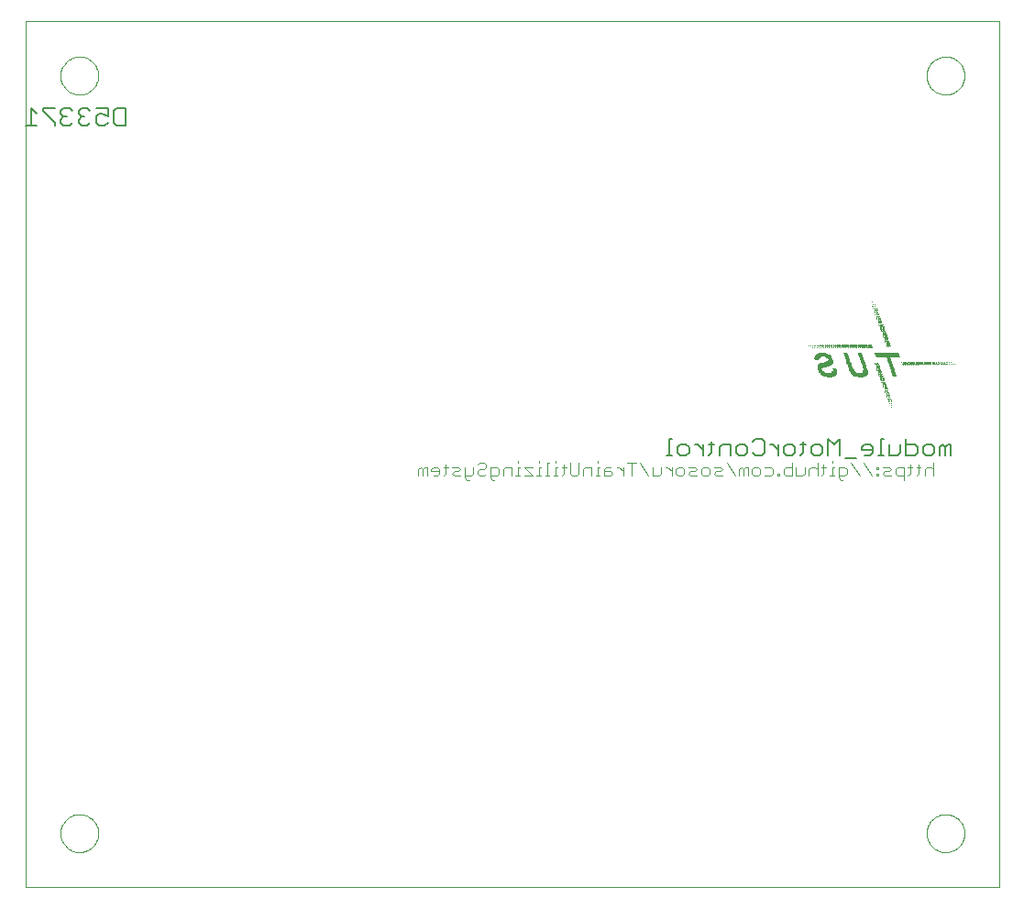
<source format=gbo>
G75*
G70*
%OFA0B0*%
%FSLAX24Y24*%
%IPPOS*%
%LPD*%
%AMOC8*
5,1,8,0,0,1.08239X$1,22.5*
%
%ADD10C,0.0000*%
%ADD11C,0.0040*%
%ADD12C,0.0050*%
%ADD13R,0.0015X0.0015*%
%ADD14R,0.0030X0.0015*%
%ADD15R,0.0045X0.0015*%
%ADD16R,0.0060X0.0015*%
%ADD17R,0.0195X0.0015*%
%ADD18R,0.0165X0.0015*%
%ADD19R,0.0090X0.0015*%
%ADD20R,0.0315X0.0015*%
%ADD21R,0.0300X0.0015*%
%ADD22R,0.0390X0.0015*%
%ADD23R,0.0375X0.0015*%
%ADD24R,0.0435X0.0015*%
%ADD25R,0.0420X0.0015*%
%ADD26R,0.0480X0.0015*%
%ADD27R,0.0465X0.0015*%
%ADD28R,0.0510X0.0015*%
%ADD29R,0.0555X0.0015*%
%ADD30R,0.0540X0.0015*%
%ADD31R,0.0570X0.0015*%
%ADD32R,0.0600X0.0015*%
%ADD33R,0.0240X0.0015*%
%ADD34R,0.0225X0.0015*%
%ADD35R,0.0210X0.0015*%
%ADD36R,0.0135X0.0015*%
%ADD37R,0.0180X0.0015*%
%ADD38R,0.0150X0.0015*%
%ADD39R,0.0270X0.0015*%
%ADD40R,0.0450X0.0015*%
%ADD41R,0.0525X0.0015*%
%ADD42R,0.0330X0.0015*%
%ADD43R,0.0855X0.0015*%
%ADD44R,0.0870X0.0015*%
%ADD45R,0.0405X0.0015*%
%ADD46R,0.0360X0.0015*%
%ADD47R,0.0285X0.0015*%
%ADD48R,0.0675X0.0015*%
%ADD49C,0.0060*%
D10*
X001500Y002461D02*
X001500Y033957D01*
X036933Y033957D01*
X036933Y002461D01*
X001500Y002461D01*
X002780Y004430D02*
X002782Y004482D01*
X002788Y004534D01*
X002798Y004585D01*
X002811Y004635D01*
X002829Y004685D01*
X002850Y004732D01*
X002874Y004778D01*
X002903Y004822D01*
X002934Y004864D01*
X002968Y004903D01*
X003005Y004940D01*
X003045Y004973D01*
X003088Y005004D01*
X003132Y005031D01*
X003178Y005055D01*
X003227Y005075D01*
X003276Y005091D01*
X003327Y005104D01*
X003378Y005113D01*
X003430Y005118D01*
X003482Y005119D01*
X003534Y005116D01*
X003586Y005109D01*
X003637Y005098D01*
X003687Y005084D01*
X003736Y005065D01*
X003783Y005043D01*
X003828Y005018D01*
X003872Y004989D01*
X003913Y004957D01*
X003952Y004922D01*
X003987Y004884D01*
X004020Y004843D01*
X004050Y004801D01*
X004076Y004756D01*
X004099Y004709D01*
X004118Y004660D01*
X004134Y004610D01*
X004146Y004560D01*
X004154Y004508D01*
X004158Y004456D01*
X004158Y004404D01*
X004154Y004352D01*
X004146Y004300D01*
X004134Y004250D01*
X004118Y004200D01*
X004099Y004151D01*
X004076Y004104D01*
X004050Y004059D01*
X004020Y004017D01*
X003987Y003976D01*
X003952Y003938D01*
X003913Y003903D01*
X003872Y003871D01*
X003828Y003842D01*
X003783Y003817D01*
X003736Y003795D01*
X003687Y003776D01*
X003637Y003762D01*
X003586Y003751D01*
X003534Y003744D01*
X003482Y003741D01*
X003430Y003742D01*
X003378Y003747D01*
X003327Y003756D01*
X003276Y003769D01*
X003227Y003785D01*
X003178Y003805D01*
X003132Y003829D01*
X003088Y003856D01*
X003045Y003887D01*
X003005Y003920D01*
X002968Y003957D01*
X002934Y003996D01*
X002903Y004038D01*
X002874Y004082D01*
X002850Y004128D01*
X002829Y004175D01*
X002811Y004225D01*
X002798Y004275D01*
X002788Y004326D01*
X002782Y004378D01*
X002780Y004430D01*
X002780Y031989D02*
X002782Y032041D01*
X002788Y032093D01*
X002798Y032144D01*
X002811Y032194D01*
X002829Y032244D01*
X002850Y032291D01*
X002874Y032337D01*
X002903Y032381D01*
X002934Y032423D01*
X002968Y032462D01*
X003005Y032499D01*
X003045Y032532D01*
X003088Y032563D01*
X003132Y032590D01*
X003178Y032614D01*
X003227Y032634D01*
X003276Y032650D01*
X003327Y032663D01*
X003378Y032672D01*
X003430Y032677D01*
X003482Y032678D01*
X003534Y032675D01*
X003586Y032668D01*
X003637Y032657D01*
X003687Y032643D01*
X003736Y032624D01*
X003783Y032602D01*
X003828Y032577D01*
X003872Y032548D01*
X003913Y032516D01*
X003952Y032481D01*
X003987Y032443D01*
X004020Y032402D01*
X004050Y032360D01*
X004076Y032315D01*
X004099Y032268D01*
X004118Y032219D01*
X004134Y032169D01*
X004146Y032119D01*
X004154Y032067D01*
X004158Y032015D01*
X004158Y031963D01*
X004154Y031911D01*
X004146Y031859D01*
X004134Y031809D01*
X004118Y031759D01*
X004099Y031710D01*
X004076Y031663D01*
X004050Y031618D01*
X004020Y031576D01*
X003987Y031535D01*
X003952Y031497D01*
X003913Y031462D01*
X003872Y031430D01*
X003828Y031401D01*
X003783Y031376D01*
X003736Y031354D01*
X003687Y031335D01*
X003637Y031321D01*
X003586Y031310D01*
X003534Y031303D01*
X003482Y031300D01*
X003430Y031301D01*
X003378Y031306D01*
X003327Y031315D01*
X003276Y031328D01*
X003227Y031344D01*
X003178Y031364D01*
X003132Y031388D01*
X003088Y031415D01*
X003045Y031446D01*
X003005Y031479D01*
X002968Y031516D01*
X002934Y031555D01*
X002903Y031597D01*
X002874Y031641D01*
X002850Y031687D01*
X002829Y031734D01*
X002811Y031784D01*
X002798Y031834D01*
X002788Y031885D01*
X002782Y031937D01*
X002780Y031989D01*
X034276Y031989D02*
X034278Y032041D01*
X034284Y032093D01*
X034294Y032144D01*
X034307Y032194D01*
X034325Y032244D01*
X034346Y032291D01*
X034370Y032337D01*
X034399Y032381D01*
X034430Y032423D01*
X034464Y032462D01*
X034501Y032499D01*
X034541Y032532D01*
X034584Y032563D01*
X034628Y032590D01*
X034674Y032614D01*
X034723Y032634D01*
X034772Y032650D01*
X034823Y032663D01*
X034874Y032672D01*
X034926Y032677D01*
X034978Y032678D01*
X035030Y032675D01*
X035082Y032668D01*
X035133Y032657D01*
X035183Y032643D01*
X035232Y032624D01*
X035279Y032602D01*
X035324Y032577D01*
X035368Y032548D01*
X035409Y032516D01*
X035448Y032481D01*
X035483Y032443D01*
X035516Y032402D01*
X035546Y032360D01*
X035572Y032315D01*
X035595Y032268D01*
X035614Y032219D01*
X035630Y032169D01*
X035642Y032119D01*
X035650Y032067D01*
X035654Y032015D01*
X035654Y031963D01*
X035650Y031911D01*
X035642Y031859D01*
X035630Y031809D01*
X035614Y031759D01*
X035595Y031710D01*
X035572Y031663D01*
X035546Y031618D01*
X035516Y031576D01*
X035483Y031535D01*
X035448Y031497D01*
X035409Y031462D01*
X035368Y031430D01*
X035324Y031401D01*
X035279Y031376D01*
X035232Y031354D01*
X035183Y031335D01*
X035133Y031321D01*
X035082Y031310D01*
X035030Y031303D01*
X034978Y031300D01*
X034926Y031301D01*
X034874Y031306D01*
X034823Y031315D01*
X034772Y031328D01*
X034723Y031344D01*
X034674Y031364D01*
X034628Y031388D01*
X034584Y031415D01*
X034541Y031446D01*
X034501Y031479D01*
X034464Y031516D01*
X034430Y031555D01*
X034399Y031597D01*
X034370Y031641D01*
X034346Y031687D01*
X034325Y031734D01*
X034307Y031784D01*
X034294Y031834D01*
X034284Y031885D01*
X034278Y031937D01*
X034276Y031989D01*
X034276Y004430D02*
X034278Y004482D01*
X034284Y004534D01*
X034294Y004585D01*
X034307Y004635D01*
X034325Y004685D01*
X034346Y004732D01*
X034370Y004778D01*
X034399Y004822D01*
X034430Y004864D01*
X034464Y004903D01*
X034501Y004940D01*
X034541Y004973D01*
X034584Y005004D01*
X034628Y005031D01*
X034674Y005055D01*
X034723Y005075D01*
X034772Y005091D01*
X034823Y005104D01*
X034874Y005113D01*
X034926Y005118D01*
X034978Y005119D01*
X035030Y005116D01*
X035082Y005109D01*
X035133Y005098D01*
X035183Y005084D01*
X035232Y005065D01*
X035279Y005043D01*
X035324Y005018D01*
X035368Y004989D01*
X035409Y004957D01*
X035448Y004922D01*
X035483Y004884D01*
X035516Y004843D01*
X035546Y004801D01*
X035572Y004756D01*
X035595Y004709D01*
X035614Y004660D01*
X035630Y004610D01*
X035642Y004560D01*
X035650Y004508D01*
X035654Y004456D01*
X035654Y004404D01*
X035650Y004352D01*
X035642Y004300D01*
X035630Y004250D01*
X035614Y004200D01*
X035595Y004151D01*
X035572Y004104D01*
X035546Y004059D01*
X035516Y004017D01*
X035483Y003976D01*
X035448Y003938D01*
X035409Y003903D01*
X035368Y003871D01*
X035324Y003842D01*
X035279Y003817D01*
X035232Y003795D01*
X035183Y003776D01*
X035133Y003762D01*
X035082Y003751D01*
X035030Y003744D01*
X034978Y003741D01*
X034926Y003742D01*
X034874Y003747D01*
X034823Y003756D01*
X034772Y003769D01*
X034723Y003785D01*
X034674Y003805D01*
X034628Y003829D01*
X034584Y003856D01*
X034541Y003887D01*
X034501Y003920D01*
X034464Y003957D01*
X034430Y003996D01*
X034399Y004038D01*
X034370Y004082D01*
X034346Y004128D01*
X034325Y004175D01*
X034307Y004225D01*
X034294Y004275D01*
X034284Y004326D01*
X034278Y004378D01*
X034276Y004430D01*
D11*
X033446Y017288D02*
X033446Y017748D01*
X033216Y017748D01*
X033139Y017672D01*
X033139Y017518D01*
X033216Y017441D01*
X033446Y017441D01*
X033599Y017441D02*
X033676Y017518D01*
X033676Y017825D01*
X033753Y017748D02*
X033599Y017748D01*
X033906Y017748D02*
X034060Y017748D01*
X033983Y017825D02*
X033983Y017518D01*
X033906Y017441D01*
X034213Y017441D02*
X034213Y017672D01*
X034290Y017748D01*
X034443Y017748D01*
X034520Y017672D01*
X034520Y017902D02*
X034520Y017441D01*
X032985Y017441D02*
X032755Y017441D01*
X032678Y017518D01*
X032755Y017595D01*
X032909Y017595D01*
X032985Y017672D01*
X032909Y017748D01*
X032678Y017748D01*
X032525Y017748D02*
X032525Y017672D01*
X032448Y017672D01*
X032448Y017748D01*
X032525Y017748D01*
X032525Y017518D02*
X032525Y017441D01*
X032448Y017441D01*
X032448Y017518D01*
X032525Y017518D01*
X032295Y017441D02*
X031988Y017902D01*
X031527Y017902D02*
X031834Y017441D01*
X031374Y017518D02*
X031297Y017441D01*
X031067Y017441D01*
X031067Y017365D02*
X031067Y017748D01*
X031297Y017748D01*
X031374Y017672D01*
X031374Y017518D01*
X031221Y017288D02*
X031144Y017288D01*
X031067Y017365D01*
X030914Y017441D02*
X030760Y017441D01*
X030837Y017441D02*
X030837Y017748D01*
X030914Y017748D01*
X030837Y017902D02*
X030837Y017979D01*
X030607Y017748D02*
X030453Y017748D01*
X030530Y017825D02*
X030530Y017518D01*
X030453Y017441D01*
X030300Y017441D02*
X030300Y017902D01*
X030223Y017748D02*
X030300Y017672D01*
X030223Y017748D02*
X030070Y017748D01*
X029993Y017672D01*
X029993Y017441D01*
X029839Y017518D02*
X029839Y017748D01*
X029839Y017518D02*
X029763Y017441D01*
X029532Y017441D01*
X029532Y017748D01*
X029379Y017748D02*
X029149Y017748D01*
X029072Y017672D01*
X029072Y017518D01*
X029149Y017441D01*
X029379Y017441D01*
X029379Y017902D01*
X028919Y017518D02*
X028842Y017518D01*
X028842Y017441D01*
X028919Y017441D01*
X028919Y017518D01*
X028688Y017518D02*
X028612Y017441D01*
X028381Y017441D01*
X028228Y017518D02*
X028151Y017441D01*
X027998Y017441D01*
X027921Y017518D01*
X027921Y017672D01*
X027998Y017748D01*
X028151Y017748D01*
X028228Y017672D01*
X028228Y017518D01*
X028381Y017748D02*
X028612Y017748D01*
X028688Y017672D01*
X028688Y017518D01*
X027768Y017441D02*
X027768Y017748D01*
X027691Y017748D01*
X027614Y017672D01*
X027537Y017748D01*
X027461Y017672D01*
X027461Y017441D01*
X027614Y017441D02*
X027614Y017672D01*
X027307Y017441D02*
X027000Y017902D01*
X026770Y017748D02*
X026540Y017748D01*
X026617Y017595D02*
X026770Y017595D01*
X026847Y017672D01*
X026770Y017748D01*
X026617Y017595D02*
X026540Y017518D01*
X026617Y017441D01*
X026847Y017441D01*
X026386Y017518D02*
X026310Y017441D01*
X026156Y017441D01*
X026079Y017518D01*
X026079Y017672D01*
X026156Y017748D01*
X026310Y017748D01*
X026386Y017672D01*
X026386Y017518D01*
X025926Y017441D02*
X025696Y017441D01*
X025619Y017518D01*
X025696Y017595D01*
X025849Y017595D01*
X025926Y017672D01*
X025849Y017748D01*
X025619Y017748D01*
X025466Y017672D02*
X025466Y017518D01*
X025389Y017441D01*
X025235Y017441D01*
X025159Y017518D01*
X025159Y017672D01*
X025235Y017748D01*
X025389Y017748D01*
X025466Y017672D01*
X025005Y017748D02*
X025005Y017441D01*
X025005Y017595D02*
X024852Y017748D01*
X024775Y017748D01*
X024622Y017748D02*
X024622Y017518D01*
X024545Y017441D01*
X024315Y017441D01*
X024315Y017748D01*
X024161Y017441D02*
X023854Y017902D01*
X023701Y017902D02*
X023394Y017902D01*
X023547Y017902D02*
X023547Y017441D01*
X023240Y017441D02*
X023240Y017748D01*
X023087Y017748D02*
X023010Y017748D01*
X023087Y017748D02*
X023240Y017595D01*
X022857Y017518D02*
X022780Y017595D01*
X022550Y017595D01*
X022550Y017672D02*
X022550Y017441D01*
X022780Y017441D01*
X022857Y017518D01*
X022780Y017748D02*
X022627Y017748D01*
X022550Y017672D01*
X022396Y017748D02*
X022320Y017748D01*
X022320Y017441D01*
X022396Y017441D02*
X022243Y017441D01*
X022089Y017441D02*
X022089Y017748D01*
X021859Y017748D01*
X021782Y017672D01*
X021782Y017441D01*
X021629Y017518D02*
X021629Y017902D01*
X021322Y017902D02*
X021322Y017518D01*
X021399Y017441D01*
X021552Y017441D01*
X021629Y017518D01*
X021169Y017748D02*
X021015Y017748D01*
X021092Y017825D02*
X021092Y017518D01*
X021015Y017441D01*
X020862Y017441D02*
X020708Y017441D01*
X020785Y017441D02*
X020785Y017748D01*
X020862Y017748D01*
X020785Y017902D02*
X020785Y017979D01*
X020555Y017902D02*
X020478Y017902D01*
X020478Y017441D01*
X020555Y017441D02*
X020401Y017441D01*
X020248Y017441D02*
X020094Y017441D01*
X020171Y017441D02*
X020171Y017748D01*
X020248Y017748D01*
X020171Y017902D02*
X020171Y017979D01*
X019941Y017748D02*
X019634Y017748D01*
X019941Y017441D01*
X019634Y017441D01*
X019481Y017441D02*
X019327Y017441D01*
X019404Y017441D02*
X019404Y017748D01*
X019481Y017748D01*
X019404Y017902D02*
X019404Y017979D01*
X019174Y017748D02*
X019174Y017441D01*
X019174Y017748D02*
X018943Y017748D01*
X018867Y017672D01*
X018867Y017441D01*
X018713Y017518D02*
X018636Y017441D01*
X018406Y017441D01*
X018406Y017365D02*
X018406Y017748D01*
X018636Y017748D01*
X018713Y017672D01*
X018713Y017518D01*
X018560Y017288D02*
X018483Y017288D01*
X018406Y017365D01*
X018253Y017518D02*
X018176Y017441D01*
X018023Y017441D01*
X017946Y017518D01*
X017946Y017595D01*
X018023Y017672D01*
X018176Y017672D01*
X018253Y017748D01*
X018253Y017825D01*
X018176Y017902D01*
X018023Y017902D01*
X017946Y017825D01*
X017792Y017748D02*
X017792Y017518D01*
X017716Y017441D01*
X017485Y017441D01*
X017485Y017365D02*
X017562Y017288D01*
X017639Y017288D01*
X017485Y017365D02*
X017485Y017748D01*
X017332Y017672D02*
X017255Y017748D01*
X017025Y017748D01*
X016872Y017748D02*
X016718Y017748D01*
X016795Y017825D02*
X016795Y017518D01*
X016718Y017441D01*
X016565Y017518D02*
X016565Y017672D01*
X016488Y017748D01*
X016335Y017748D01*
X016258Y017672D01*
X016258Y017595D01*
X016565Y017595D01*
X016565Y017518D02*
X016488Y017441D01*
X016335Y017441D01*
X016104Y017441D02*
X016104Y017748D01*
X016028Y017748D01*
X015951Y017672D01*
X015874Y017748D01*
X015797Y017672D01*
X015797Y017441D01*
X015951Y017441D02*
X015951Y017672D01*
X017025Y017518D02*
X017102Y017595D01*
X017255Y017595D01*
X017332Y017672D01*
X017332Y017441D02*
X017102Y017441D01*
X017025Y017518D01*
X022320Y017902D02*
X022320Y017979D01*
D12*
X024823Y018166D02*
X025026Y018166D01*
X024925Y018166D02*
X024925Y018777D01*
X025026Y018777D01*
X025329Y018573D02*
X025532Y018573D01*
X025634Y018472D01*
X025634Y018268D01*
X025532Y018166D01*
X025329Y018166D01*
X025227Y018268D01*
X025227Y018472D01*
X025329Y018573D01*
X025835Y018573D02*
X025937Y018573D01*
X026141Y018370D01*
X026141Y018573D02*
X026141Y018166D01*
X026342Y018166D02*
X026444Y018268D01*
X026444Y018675D01*
X026546Y018573D02*
X026342Y018573D01*
X026746Y018472D02*
X026746Y018166D01*
X026746Y018472D02*
X026848Y018573D01*
X027153Y018573D01*
X027153Y018166D01*
X027354Y018268D02*
X027354Y018472D01*
X027456Y018573D01*
X027659Y018573D01*
X027761Y018472D01*
X027761Y018268D01*
X027659Y018166D01*
X027456Y018166D01*
X027354Y018268D01*
X027962Y018268D02*
X028064Y018166D01*
X028267Y018166D01*
X028369Y018268D01*
X028369Y018675D01*
X028267Y018777D01*
X028064Y018777D01*
X027962Y018675D01*
X028570Y018573D02*
X028672Y018573D01*
X028875Y018370D01*
X028875Y018573D02*
X028875Y018166D01*
X029076Y018268D02*
X029076Y018472D01*
X029178Y018573D01*
X029381Y018573D01*
X029483Y018472D01*
X029483Y018268D01*
X029381Y018166D01*
X029178Y018166D01*
X029076Y018268D01*
X029685Y018166D02*
X029786Y018268D01*
X029786Y018675D01*
X029685Y018573D02*
X029888Y018573D01*
X030089Y018472D02*
X030191Y018573D01*
X030394Y018573D01*
X030496Y018472D01*
X030496Y018268D01*
X030394Y018166D01*
X030191Y018166D01*
X030089Y018268D01*
X030089Y018472D01*
X030697Y018777D02*
X030697Y018166D01*
X031104Y018166D02*
X031104Y018777D01*
X030900Y018573D01*
X030697Y018777D01*
X031304Y018065D02*
X031711Y018065D01*
X032014Y018166D02*
X032217Y018166D01*
X032319Y018268D01*
X032319Y018472D01*
X032217Y018573D01*
X032014Y018573D01*
X031912Y018472D01*
X031912Y018370D01*
X032319Y018370D01*
X032521Y018166D02*
X032724Y018166D01*
X032622Y018166D02*
X032622Y018777D01*
X032724Y018777D01*
X032925Y018573D02*
X032925Y018166D01*
X033230Y018166D01*
X033332Y018268D01*
X033332Y018573D01*
X033533Y018573D02*
X033838Y018573D01*
X033940Y018472D01*
X033940Y018268D01*
X033838Y018166D01*
X033533Y018166D01*
X033533Y018777D01*
X034140Y018472D02*
X034140Y018268D01*
X034242Y018166D01*
X034446Y018166D01*
X034547Y018268D01*
X034547Y018472D01*
X034446Y018573D01*
X034242Y018573D01*
X034140Y018472D01*
X034748Y018472D02*
X034748Y018166D01*
X034951Y018166D02*
X034951Y018472D01*
X034850Y018573D01*
X034748Y018472D01*
X034951Y018472D02*
X035053Y018573D01*
X035155Y018573D01*
X035155Y018166D01*
D13*
X033005Y019901D03*
X033005Y020036D03*
X033005Y020111D03*
X032930Y020111D03*
X032930Y020186D03*
X032930Y020216D03*
X032930Y020261D03*
X032930Y020291D03*
X032930Y020336D03*
X032930Y020366D03*
X032855Y020411D03*
X032795Y020426D03*
X032795Y020441D03*
X032780Y020486D03*
X032840Y020636D03*
X032840Y020651D03*
X032765Y020861D03*
X032750Y020876D03*
X032705Y020906D03*
X032630Y020906D03*
X032630Y020921D03*
X032630Y020981D03*
X032630Y020996D03*
X032630Y021056D03*
X032630Y021071D03*
X032630Y021131D03*
X032630Y021146D03*
X032630Y021206D03*
X032630Y021221D03*
X032555Y021221D03*
X032555Y021206D03*
X032555Y021146D03*
X032555Y021131D03*
X032570Y021041D03*
X032705Y020981D03*
X032645Y020801D03*
X032495Y021236D03*
X032495Y021266D03*
X032495Y021281D03*
X032480Y021296D03*
X032555Y021296D03*
X032555Y021281D03*
X032555Y021431D03*
X032540Y021446D03*
X032540Y021461D03*
X032525Y021491D03*
X032480Y021521D03*
X032405Y021521D03*
X032420Y021461D03*
X032315Y022076D03*
X032255Y022121D03*
X032180Y022121D03*
X032105Y022121D03*
X032030Y022121D03*
X032030Y022181D03*
X031955Y022181D03*
X031955Y022121D03*
X031880Y022121D03*
X031880Y022106D03*
X031805Y022106D03*
X031805Y022121D03*
X031805Y022181D03*
X031880Y022181D03*
X031730Y022181D03*
X031730Y022121D03*
X031730Y022106D03*
X031655Y022106D03*
X031655Y022121D03*
X031655Y022181D03*
X031580Y022181D03*
X031580Y022121D03*
X031580Y022106D03*
X031505Y022106D03*
X031430Y022106D03*
X031355Y022106D03*
X031430Y022181D03*
X031505Y022181D03*
X030680Y022136D03*
X030605Y022136D03*
X030605Y022091D03*
X030530Y022091D03*
X030530Y022136D03*
X030530Y022166D03*
X030455Y022166D03*
X030455Y022136D03*
X030380Y022136D03*
X030380Y022076D03*
X030305Y022076D03*
X030305Y022136D03*
X030230Y022136D03*
X030230Y022076D03*
X030155Y022076D03*
X030005Y022151D03*
X032420Y023276D03*
X032480Y023261D03*
X032480Y023186D03*
X032495Y023111D03*
X032615Y023111D03*
X032615Y023126D03*
X032630Y023066D03*
X032570Y022886D03*
X032630Y022781D03*
X032705Y022781D03*
X032750Y022751D03*
X032765Y022691D03*
X032780Y022646D03*
X032780Y022631D03*
X032780Y022571D03*
X032780Y022556D03*
X032780Y022496D03*
X032780Y022481D03*
X032780Y022421D03*
X032780Y022406D03*
X032780Y022346D03*
X032795Y022286D03*
X032855Y022271D03*
X032915Y022271D03*
X032930Y022256D03*
X032900Y022316D03*
X032855Y022346D03*
X032855Y022406D03*
X032855Y022421D03*
X032840Y022511D03*
X032720Y022466D03*
X032705Y022556D03*
X032705Y022571D03*
X032705Y022631D03*
X032645Y022676D03*
X032645Y022691D03*
X032705Y022706D03*
X032855Y022121D03*
X033455Y021446D03*
X033530Y021446D03*
X033605Y021446D03*
X033680Y021446D03*
X033680Y021506D03*
X033680Y021521D03*
X033605Y021521D03*
X033755Y021521D03*
X033755Y021506D03*
X033755Y021446D03*
X033830Y021446D03*
X033830Y021506D03*
X033830Y021521D03*
X033905Y021521D03*
X033905Y021506D03*
X033905Y021446D03*
X033980Y021446D03*
X033980Y021506D03*
X033980Y021521D03*
X034055Y021521D03*
X034055Y021506D03*
X034130Y021506D03*
X034730Y021536D03*
X034805Y021536D03*
X034805Y021461D03*
X034880Y021461D03*
X034880Y021491D03*
X034880Y021536D03*
X034955Y021536D03*
X034955Y021491D03*
X034955Y021461D03*
X035030Y021461D03*
X035105Y021461D03*
X035105Y021536D03*
X035105Y021551D03*
X035180Y021551D03*
X035255Y021476D03*
X035330Y021476D03*
X035030Y021536D03*
X033005Y020186D03*
X032870Y020201D03*
X032855Y020261D03*
X032855Y020291D03*
X032555Y023291D03*
X032480Y023336D03*
X032480Y023366D03*
X032480Y023411D03*
X032480Y023441D03*
X032480Y023486D03*
X032480Y023501D03*
X032405Y023486D03*
X032405Y023441D03*
X032405Y023411D03*
X032405Y023366D03*
X032405Y023336D03*
X032345Y023501D03*
X032330Y023561D03*
X032405Y023561D03*
X032405Y023651D03*
X032330Y023726D03*
D14*
X032338Y023651D03*
X032338Y023576D03*
X032413Y023576D03*
X032413Y023501D03*
X032413Y023351D03*
X032488Y023291D03*
X032548Y023276D03*
X032548Y023261D03*
X032563Y023216D03*
X032548Y023186D03*
X032563Y023141D03*
X032563Y023066D03*
X032623Y023036D03*
X032563Y022961D03*
X032563Y022916D03*
X032563Y022901D03*
X032698Y022886D03*
X032638Y022736D03*
X032773Y022661D03*
X032713Y022541D03*
X032713Y022511D03*
X032848Y022466D03*
X032863Y022331D03*
X032923Y022286D03*
X032863Y022256D03*
X032848Y022196D03*
X032863Y022181D03*
X032863Y022136D03*
X032923Y022121D03*
X032938Y022181D03*
X032923Y022196D03*
X032788Y022316D03*
X032788Y022331D03*
X032308Y022091D03*
X032263Y022106D03*
X032263Y022181D03*
X032188Y022181D03*
X032188Y022106D03*
X032113Y022106D03*
X032113Y022181D03*
X032038Y022106D03*
X031963Y022106D03*
X031888Y022076D03*
X031813Y022076D03*
X031663Y022076D03*
X031588Y022076D03*
X031513Y022076D03*
X031438Y022076D03*
X031363Y022076D03*
X031288Y022076D03*
X031213Y022076D03*
X031138Y022076D03*
X031063Y022076D03*
X030988Y022076D03*
X030988Y022091D03*
X030988Y022166D03*
X030913Y022166D03*
X030913Y022091D03*
X030913Y022076D03*
X030838Y022076D03*
X030838Y022091D03*
X030823Y022136D03*
X030838Y022166D03*
X030763Y022166D03*
X030748Y022136D03*
X030763Y022091D03*
X030763Y022076D03*
X030688Y022076D03*
X030688Y022091D03*
X030688Y022166D03*
X030613Y022166D03*
X030613Y022076D03*
X030538Y022076D03*
X030463Y022076D03*
X030238Y022151D03*
X030163Y022151D03*
X030088Y022151D03*
X032413Y021506D03*
X032413Y021491D03*
X032473Y021446D03*
X032488Y021431D03*
X032473Y021371D03*
X032488Y021356D03*
X032488Y021311D03*
X032548Y021371D03*
X032563Y021356D03*
X032608Y021266D03*
X032623Y021236D03*
X032563Y021086D03*
X032698Y021041D03*
X032698Y021011D03*
X032638Y020891D03*
X032638Y020876D03*
X032638Y020861D03*
X032773Y020816D03*
X032773Y020786D03*
X032713Y020711D03*
X032713Y020666D03*
X032713Y020651D03*
X032848Y020591D03*
X032848Y020561D03*
X032863Y020516D03*
X032848Y020486D03*
X032863Y020441D03*
X032923Y020426D03*
X032923Y020411D03*
X032863Y020366D03*
X032848Y020336D03*
X032863Y020276D03*
X032998Y020201D03*
X033013Y020126D03*
X033013Y020051D03*
X033013Y019976D03*
X032938Y020051D03*
X032788Y020516D03*
X032488Y021506D03*
X033388Y021536D03*
X033388Y021551D03*
X033448Y021521D03*
X033463Y021506D03*
X033523Y021521D03*
X033538Y021506D03*
X033613Y021506D03*
X034573Y021536D03*
X034588Y021551D03*
X034588Y021491D03*
X034648Y021461D03*
X034663Y021491D03*
X034648Y021536D03*
X034663Y021551D03*
X034738Y021551D03*
X034738Y021491D03*
X034723Y021461D03*
X034813Y021491D03*
X034813Y021551D03*
X034888Y021551D03*
X034963Y021551D03*
X035038Y021551D03*
X035113Y021476D03*
X035188Y021476D03*
X032488Y023126D03*
X032488Y023141D03*
X032488Y023216D03*
D15*
X032480Y023201D03*
X032555Y023201D03*
X032555Y023126D03*
X032555Y023111D03*
X032555Y023051D03*
X032555Y023036D03*
X032555Y022991D03*
X032555Y022976D03*
X032630Y022976D03*
X032630Y022961D03*
X032630Y022991D03*
X032630Y023051D03*
X032630Y022916D03*
X032630Y022886D03*
X032630Y022841D03*
X032630Y022811D03*
X032630Y022766D03*
X032630Y022751D03*
X032705Y022736D03*
X032705Y022766D03*
X032705Y022811D03*
X032705Y022841D03*
X032690Y022901D03*
X032705Y022691D03*
X032705Y022661D03*
X032705Y022616D03*
X032705Y022601D03*
X032705Y022586D03*
X032780Y022586D03*
X032780Y022616D03*
X032765Y022676D03*
X032780Y022541D03*
X032780Y022511D03*
X032780Y022436D03*
X032780Y022391D03*
X032780Y022361D03*
X032855Y022361D03*
X032855Y022286D03*
X032855Y022211D03*
X032855Y022166D03*
X032930Y022136D03*
X032930Y022211D03*
X032915Y022241D03*
X032855Y022436D03*
X032255Y022136D03*
X032255Y022076D03*
X032180Y022076D03*
X032180Y022136D03*
X032105Y022136D03*
X032105Y022076D03*
X032030Y022076D03*
X032030Y022136D03*
X031955Y022136D03*
X031955Y022076D03*
X031880Y022091D03*
X031880Y022136D03*
X031805Y022136D03*
X031805Y022166D03*
X031805Y022091D03*
X031730Y022091D03*
X031730Y022076D03*
X031730Y022136D03*
X031730Y022166D03*
X031655Y022166D03*
X031655Y022136D03*
X031655Y022091D03*
X031580Y022091D03*
X031580Y022136D03*
X031580Y022166D03*
X031505Y022166D03*
X031505Y022136D03*
X031505Y022091D03*
X031430Y022091D03*
X031430Y022136D03*
X031430Y022166D03*
X031355Y022166D03*
X031355Y022136D03*
X031355Y022091D03*
X031280Y022091D03*
X031280Y022136D03*
X031280Y022166D03*
X031205Y022166D03*
X031205Y022136D03*
X031205Y022091D03*
X031130Y022091D03*
X031130Y022136D03*
X031130Y022151D03*
X031130Y022166D03*
X031055Y022166D03*
X031055Y022151D03*
X031055Y022136D03*
X031055Y022091D03*
X030980Y022136D03*
X030980Y022151D03*
X030905Y022151D03*
X030905Y022136D03*
X030830Y022151D03*
X030755Y022151D03*
X030680Y022151D03*
X030605Y022151D03*
X030530Y022151D03*
X030455Y022151D03*
X030380Y022151D03*
X030305Y022151D03*
X032480Y021461D03*
X032480Y021386D03*
X032480Y021341D03*
X032555Y021311D03*
X032555Y021236D03*
X032555Y021191D03*
X032555Y021161D03*
X032555Y021116D03*
X032555Y021101D03*
X032630Y021086D03*
X032630Y021116D03*
X032630Y021161D03*
X032630Y021041D03*
X032630Y021011D03*
X032630Y020966D03*
X032630Y020951D03*
X032630Y020936D03*
X032705Y020936D03*
X032705Y020966D03*
X032690Y021026D03*
X032705Y020891D03*
X032705Y020861D03*
X032705Y020816D03*
X032705Y020786D03*
X032705Y020741D03*
X032705Y020726D03*
X032780Y020726D03*
X032780Y020711D03*
X032780Y020741D03*
X032765Y020801D03*
X032780Y020666D03*
X032780Y020651D03*
X032780Y020636D03*
X032780Y020591D03*
X032780Y020576D03*
X032780Y020561D03*
X032780Y020501D03*
X032855Y020501D03*
X032855Y020426D03*
X032855Y020351D03*
X032930Y020351D03*
X032930Y020276D03*
X032930Y020201D03*
X032930Y020126D03*
X032855Y020576D03*
X032555Y021386D03*
X032540Y021416D03*
X033455Y021461D03*
X033530Y021461D03*
X033605Y021461D03*
X033680Y021461D03*
X033755Y021461D03*
X033830Y021461D03*
X033905Y021461D03*
X033905Y021491D03*
X033905Y021536D03*
X033905Y021551D03*
X033830Y021551D03*
X033830Y021536D03*
X033755Y021536D03*
X033755Y021551D03*
X033680Y021551D03*
X033680Y021536D03*
X033605Y021536D03*
X033605Y021551D03*
X033530Y021551D03*
X033530Y021536D03*
X033455Y021536D03*
X033455Y021551D03*
X033980Y021551D03*
X033980Y021536D03*
X033980Y021491D03*
X033980Y021461D03*
X034055Y021461D03*
X034055Y021491D03*
X034055Y021536D03*
X034055Y021551D03*
X034130Y021551D03*
X034130Y021536D03*
X034130Y021491D03*
X034130Y021461D03*
X034205Y021461D03*
X034205Y021491D03*
X034205Y021536D03*
X034205Y021551D03*
X034280Y021551D03*
X034280Y021536D03*
X034280Y021491D03*
X034280Y021461D03*
X034355Y021461D03*
X034355Y021491D03*
X034355Y021536D03*
X034355Y021551D03*
X034430Y021551D03*
X034430Y021536D03*
X034430Y021491D03*
X034430Y021476D03*
X034430Y021461D03*
X034505Y021461D03*
X034505Y021476D03*
X034505Y021491D03*
X034505Y021536D03*
X034505Y021551D03*
X034580Y021476D03*
X034580Y021461D03*
X034655Y021476D03*
X034730Y021476D03*
X034805Y021476D03*
X034880Y021476D03*
X034955Y021476D03*
X035030Y021476D03*
X032480Y023276D03*
X032480Y023351D03*
X032480Y023426D03*
X032405Y023426D03*
D16*
X032623Y022901D03*
X032623Y022826D03*
X032698Y022826D03*
X032698Y022751D03*
X032698Y022676D03*
X032773Y022601D03*
X032773Y022466D03*
X032848Y022391D03*
X032848Y022316D03*
X032848Y022241D03*
X032923Y022166D03*
X032248Y022091D03*
X032173Y022091D03*
X032098Y022091D03*
X032098Y022166D03*
X032023Y022166D03*
X032023Y022091D03*
X031948Y022091D03*
X031948Y022166D03*
X031873Y022166D03*
X031573Y022151D03*
X031498Y022151D03*
X031423Y022151D03*
X031348Y022151D03*
X031273Y022151D03*
X031198Y022151D03*
X032473Y021491D03*
X032473Y021416D03*
X032548Y021341D03*
X032548Y021266D03*
X032623Y021191D03*
X032698Y020951D03*
X032698Y020876D03*
X032698Y020801D03*
X033448Y021491D03*
X033523Y021491D03*
X033598Y021491D03*
X033673Y021491D03*
X033748Y021491D03*
X033823Y021491D03*
X033973Y021476D03*
X034048Y021476D03*
X034123Y021476D03*
X034198Y021476D03*
X034273Y021476D03*
X034348Y021476D03*
D17*
X032045Y021176D03*
X031880Y021011D03*
X031625Y021161D03*
X031610Y021176D03*
X030920Y021191D03*
X030740Y021011D03*
X030485Y021161D03*
X030410Y021341D03*
X030305Y021716D03*
X030725Y021731D03*
D18*
X030755Y021701D03*
X030770Y021671D03*
X030785Y021641D03*
X030785Y021626D03*
X030785Y021611D03*
X030935Y021281D03*
X030935Y021266D03*
X030935Y021251D03*
X030935Y021236D03*
X030425Y021221D03*
X030425Y021206D03*
X030410Y021236D03*
X030410Y021251D03*
X030395Y021281D03*
X030395Y021296D03*
X030395Y021311D03*
X030290Y021656D03*
X030470Y021881D03*
X031325Y021866D03*
X031340Y021851D03*
X031340Y021836D03*
X031340Y021821D03*
X031355Y021806D03*
X031355Y021791D03*
X031355Y021776D03*
X031370Y021761D03*
X031370Y021746D03*
X031370Y021731D03*
X031385Y021716D03*
X031385Y021701D03*
X031385Y021686D03*
X031400Y021671D03*
X031400Y021656D03*
X031400Y021641D03*
X031415Y021626D03*
X031415Y021611D03*
X031415Y021596D03*
X031430Y021581D03*
X031430Y021566D03*
X031430Y021551D03*
X031445Y021536D03*
X031445Y021521D03*
X031460Y021491D03*
X031460Y021476D03*
X031475Y021461D03*
X031475Y021446D03*
X031475Y021431D03*
X031490Y021416D03*
X031490Y021401D03*
X031490Y021386D03*
X031505Y021371D03*
X031505Y021356D03*
X031505Y021341D03*
X031520Y021326D03*
X031520Y021311D03*
X031535Y021296D03*
X031535Y021281D03*
X031550Y021251D03*
X031580Y021206D03*
X032015Y021371D03*
X032015Y021386D03*
X032015Y021401D03*
X032000Y021416D03*
X032000Y021431D03*
X032000Y021446D03*
X031985Y021461D03*
X031985Y021476D03*
X031985Y021491D03*
X031970Y021506D03*
X031970Y021521D03*
X031970Y021536D03*
X031955Y021551D03*
X031955Y021566D03*
X031955Y021581D03*
X031940Y021596D03*
X031940Y021611D03*
X031925Y021641D03*
X031925Y021656D03*
X031910Y021686D03*
X031910Y021701D03*
X031895Y021731D03*
X031895Y021746D03*
X031880Y021776D03*
X031880Y021791D03*
X031865Y021821D03*
X031865Y021836D03*
X031850Y021851D03*
X031850Y021866D03*
X032030Y021356D03*
X032030Y021341D03*
X032030Y021326D03*
X032045Y021296D03*
X032045Y021281D03*
X032045Y021266D03*
X032045Y021251D03*
X032555Y021251D03*
X032945Y021536D03*
X032945Y021551D03*
X032960Y021521D03*
X032960Y021506D03*
X032960Y021491D03*
X032975Y021476D03*
X032975Y021461D03*
X032975Y021446D03*
X032990Y021431D03*
X032990Y021416D03*
X032990Y021401D03*
X033005Y021386D03*
X033005Y021371D03*
X033005Y021356D03*
X033020Y021341D03*
X033020Y021326D03*
X033020Y021311D03*
X033035Y021296D03*
X033035Y021281D03*
X033035Y021266D03*
X033050Y021251D03*
X033050Y021236D03*
X033050Y021221D03*
X033065Y021206D03*
X033065Y021191D03*
X033065Y021176D03*
X033080Y021161D03*
X033080Y021146D03*
X033080Y021131D03*
X033095Y021116D03*
X033095Y021101D03*
X033095Y021086D03*
X033110Y021071D03*
X033110Y021056D03*
X033110Y021041D03*
X033125Y021026D03*
X032930Y021581D03*
X032930Y021596D03*
X032915Y021626D03*
X032915Y021641D03*
X032900Y021656D03*
X032900Y021671D03*
X032900Y021686D03*
X032885Y021701D03*
X032885Y021716D03*
X032885Y021731D03*
X032855Y022301D03*
X032795Y022451D03*
D19*
X032638Y021101D03*
X032608Y021026D03*
D20*
X031880Y021026D03*
X030470Y021386D03*
D21*
X030733Y021026D03*
D22*
X031873Y021041D03*
D23*
X030740Y021041D03*
X030500Y021401D03*
X030680Y021521D03*
D24*
X031865Y021056D03*
D25*
X030733Y021056D03*
X030538Y021416D03*
X030658Y021506D03*
D26*
X030493Y021806D03*
X031858Y021071D03*
D27*
X030725Y021071D03*
X030575Y021446D03*
X030590Y021461D03*
X030605Y021476D03*
X030485Y021821D03*
D28*
X030718Y021086D03*
X031858Y021086D03*
D29*
X031850Y021101D03*
X030500Y021776D03*
D30*
X030718Y021101D03*
D31*
X030718Y021116D03*
X030508Y021761D03*
X031843Y021116D03*
D32*
X031843Y021131D03*
X030703Y021131D03*
D33*
X030883Y021146D03*
X030763Y021566D03*
X031648Y021146D03*
X032023Y021146D03*
D34*
X030905Y021161D03*
X030515Y021146D03*
X030425Y021356D03*
X030335Y021746D03*
X030695Y021746D03*
D35*
X030778Y021581D03*
X030913Y021176D03*
X030313Y021731D03*
X032038Y021161D03*
D36*
X032525Y021326D03*
X032510Y021401D03*
X032585Y021176D03*
X032900Y022151D03*
X032885Y022226D03*
X032825Y022376D03*
X032210Y022166D03*
D37*
X031453Y021506D03*
X031543Y021266D03*
X031558Y021236D03*
X031573Y021221D03*
X031588Y021191D03*
X032053Y021191D03*
X032053Y021206D03*
X032053Y021221D03*
X032053Y021236D03*
X030928Y021221D03*
X030928Y021206D03*
X030793Y021596D03*
X030733Y021716D03*
X030298Y021701D03*
X030298Y021686D03*
X030298Y021671D03*
X030403Y021326D03*
X030448Y021191D03*
X030463Y021176D03*
D38*
X030403Y021266D03*
X030298Y021626D03*
X030298Y021641D03*
X030763Y021686D03*
X030778Y021656D03*
X030928Y021296D03*
X031933Y021626D03*
X031918Y021671D03*
X031903Y021716D03*
X031888Y021761D03*
X031873Y021806D03*
X032473Y021476D03*
X032038Y021311D03*
X032923Y021611D03*
X032938Y021566D03*
X032773Y022526D03*
D39*
X030748Y021551D03*
X030448Y021371D03*
D40*
X030553Y021431D03*
X030628Y021491D03*
D41*
X030500Y021791D03*
X033665Y021476D03*
D42*
X030718Y021536D03*
D43*
X032825Y021866D03*
X032840Y021836D03*
X032840Y021821D03*
X032855Y021791D03*
X032855Y021776D03*
X032870Y021746D03*
D44*
X032863Y021761D03*
X032848Y021806D03*
X032833Y021851D03*
D45*
X030485Y021836D03*
D46*
X030478Y021851D03*
D47*
X030470Y021866D03*
D48*
X031955Y022151D03*
D49*
X005150Y030171D02*
X004830Y030171D01*
X004723Y030278D01*
X004723Y030705D01*
X004830Y030812D01*
X005150Y030812D01*
X005150Y030171D01*
X004505Y030278D02*
X004399Y030171D01*
X004185Y030171D01*
X004078Y030278D01*
X004078Y030492D01*
X004185Y030598D01*
X004292Y030598D01*
X004505Y030492D01*
X004505Y030812D01*
X004078Y030812D01*
X003861Y030705D02*
X003754Y030812D01*
X003541Y030812D01*
X003434Y030705D01*
X003434Y030598D01*
X003541Y030492D01*
X003434Y030385D01*
X003434Y030278D01*
X003541Y030171D01*
X003754Y030171D01*
X003861Y030278D01*
X003647Y030492D02*
X003541Y030492D01*
X003216Y030705D02*
X003110Y030812D01*
X002896Y030812D01*
X002789Y030705D01*
X002789Y030598D01*
X002896Y030492D01*
X002789Y030385D01*
X002789Y030278D01*
X002896Y030171D01*
X003110Y030171D01*
X003216Y030278D01*
X003003Y030492D02*
X002896Y030492D01*
X002572Y030278D02*
X002572Y030171D01*
X002572Y030278D02*
X002145Y030705D01*
X002145Y030812D01*
X002572Y030812D01*
X001927Y030598D02*
X001714Y030812D01*
X001714Y030171D01*
X001927Y030171D02*
X001500Y030171D01*
M02*

</source>
